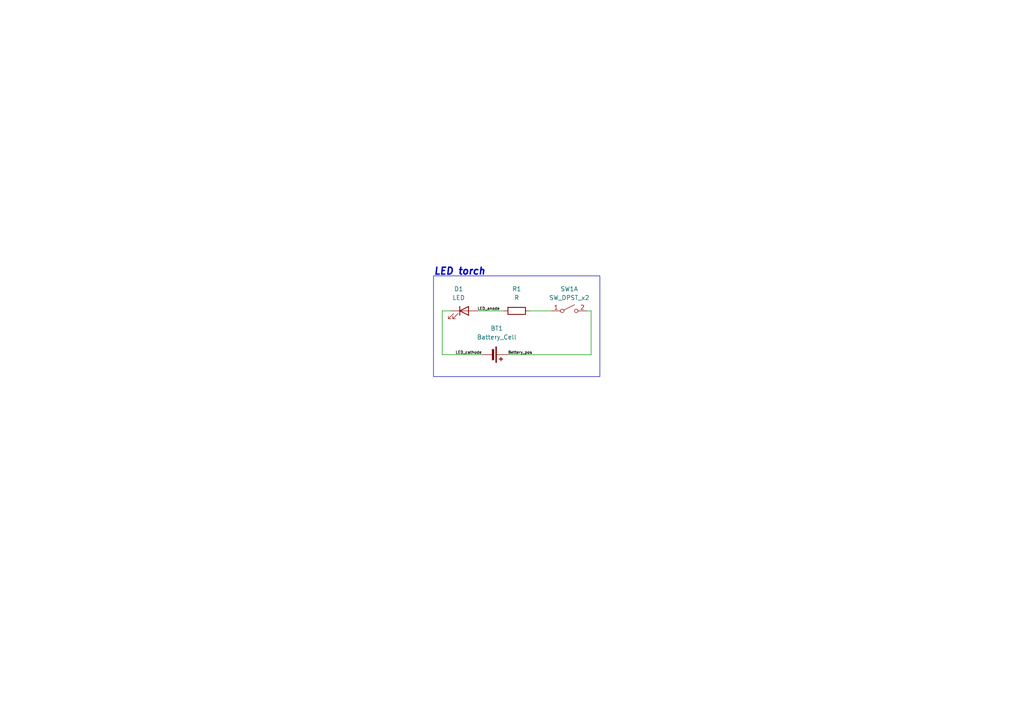
<source format=kicad_sch>
(kicad_sch (version 20230121) (generator eeschema)
  (paper "A4")
  (lib_symbols
    (symbol "Device:Battery_Cell" (pin_numbers hide) (pin_names (offset 0) hide)
      (property "Reference" "BT" (at 2.54 2.54 0))
      (property "Value" "Battery_Cell" (at 2.54 0 0))
      (symbol "Battery_Cell_0_1"
        (rectangle (start -2.286 1.778) (end 2.286 1.524) (fill (type outline)))
        (rectangle (start -1.524 1.016) (end 1.524 0.508) (fill (type outline)))
        (polyline (pts (xy 0 0.762) (xy 0 0)))
        (polyline (pts (xy 0 1.778) (xy 0 2.54)))
        (polyline (pts (xy 0.762 3.048) (xy 1.778 3.048)) (stroke (width 0.254)))
        (polyline (pts (xy 1.27 3.556) (xy 1.27 2.54)) (stroke (width 0.254)))
      )
      (symbol "Battery_Cell_1_1"
        (pin passive line (at 0 5.08 270) (length 2.54) (name "+") (number "1"))
        (pin passive line (at 0 -2.54 90) (length 2.54) (name "-") (number "2"))
      )
    )
    (symbol "Device:LED" (pin_numbers hide) (pin_names (offset 1.016) hide)
      (property "Reference" "D" (at 0 2.54 0))
      (property "Value" "LED" (at 0 -2.54 0))
      (symbol "LED_0_1"
        (polyline (pts (xy -1.27 -1.27) (xy -1.27 1.27)) (stroke (width 0.254)))
        (polyline (pts (xy -1.27 0) (xy 1.27 0)))
        (polyline (pts (xy 1.27 -1.27) (xy 1.27 1.27) (xy -1.27 0) (xy 1.27 -1.27)) (stroke (width 0.254)))
        (polyline (pts (xy -3.048 -0.762) (xy -4.572 -2.286) (xy -3.81 -2.286) (xy -4.572 -2.286) (xy -4.572 -1.524)))
        (polyline (pts (xy -1.778 -0.762) (xy -3.302 -2.286) (xy -2.54 -2.286) (xy -3.302 -2.286) (xy -3.302 -1.524)))
      )
      (symbol "LED_1_1"
        (pin passive line (at -3.81 0 0) (length 2.54) (name "K") (number "1"))
        (pin passive line (at 3.81 0 180) (length 2.54) (name "A") (number "2"))
      )
    )
    (symbol "Device:R" (pin_numbers hide) (pin_names (offset 0))
      (property "Reference" "R" (at 2.032 0 90))
      (property "Value" "R" (at 0 0 90))
      (symbol "R_0_1"
        (rectangle (start -1.016 -2.54) (end 1.016 2.54) (stroke (width 0.254)))
      )
      (symbol "R_1_1"
        (pin passive line (at 0 3.81 270) (length 1.27) (name "~") (number "1"))
        (pin passive line (at 0 -3.81 90) (length 1.27) (name "~") (number "2"))
      )
    )
    (symbol "Switch:SW_DPST_x2" (pin_names (offset 0) hide)
      (property "Reference" "SW" (at 0 3.175 0))
      (property "Value" "SW_DPST_x2" (at 0 -2.54 0))
      (symbol "SW_DPST_x2_0_0"
        (circle (center -2.032 0) (radius 0.508))
        (polyline (pts (xy -1.524 0.254) (xy 1.524 1.778)))
        (circle (center 2.032 0) (radius 0.508))
      )
      (symbol "SW_DPST_x2_1_1"
        (pin passive line (at -5.08 0 0) (length 2.54) (name "A") (number "1"))
        (pin passive line (at 5.08 0 180) (length 2.54) (name "B") (number "2"))
      )
      (symbol "SW_DPST_x2_2_1"
        (pin passive line (at -5.08 0 0) (length 2.54) (name "A") (number "3"))
        (pin passive line (at 5.08 0 180) (length 2.54) (name "B") (number "4"))
      )
    )
  )
  (wire (pts (xy 147.32 102.87) (xy 171.45 102.87)))
  (wire (pts (xy 128.27 102.87) (xy 139.7 102.87)))
  (wire (pts (xy 128.27 90.17) (xy 128.27 102.87)))
  (wire (pts (xy 171.45 90.17) (xy 170.18 90.17)))
  (wire (pts (xy 128.27 90.17) (xy 130.81 90.17)))
  (wire (pts (xy 138.43 90.17) (xy 146.05 90.17)))
  (wire (pts (xy 171.45 102.87) (xy 171.45 90.17)))
  (wire (pts (xy 153.67 90.17) (xy 160.02 90.17)))
  (rectangle (start 125.73 80.01) (end 173.99 109.22))
  (text "LED torch" (at 125.73 80.01 0) (effects (font (size 2 2) (thickness 0.4) bold italic) (justify left bottom)))
  (label "Bettery_pos" (at 147.32 102.87 0) (effects (font (size 0.8 0.8))))
  (label "LED_cathode" (at 132.08 102.87 0) (effects (font (size 0.8 0.8))))
  (label "LED_anode" (at 138.43 90.17 0) (effects (font (size 0.8 0.8))))
  (symbol (lib_id "Switch:SW_DPST_x2") (at 165.1 90.17 0) (unit 1)
    (property "Reference" "SW1" (at 165.1 83.82 0))
    (property "Value" "SW_DPST_x2" (at 165.1 86.36 0))
    (property "Footprint" "Button_Switch_THT:SW_TH_Tactile_Omron_B3F-10xx" (effects hide))
  )
  (symbol (lib_id "Device:R") (at 149.86 90.17 90) (unit 1)
    (property "Reference" "R1" (at 149.86 83.82 90))
    (property "Value" "R" (at 149.86 86.36 90))
    (property "Footprint" "Resistor_THT:R_Axial_DIN0204_L3.6mm_D1.6mm_P7.62mm_Horizontal" (effects hide))
  )
  (symbol (lib_id "Device:Battery_Cell") (at 142.24 102.87 270) (unit 1)
    (property "Reference" "BT1" (at 144.0815 95.25 90))
    (property "Value" "Battery_Cell" (at 144.0815 97.79 90))
    (property "Footprint" "Battery:BatteryHolder_Keystone_1058_1x2032" (effects hide))
  )
  (symbol (lib_id "Device:LED") (at 134.62 90.17 0) (unit 1)
    (property "Reference" "D1" (at 133.0325 83.82 0))
    (property "Value" "LED" (at 133.0325 86.36 0))
    (property "Footprint" "LED_THT:LED_D5.0mm" (effects hide))
  )
)
</source>
